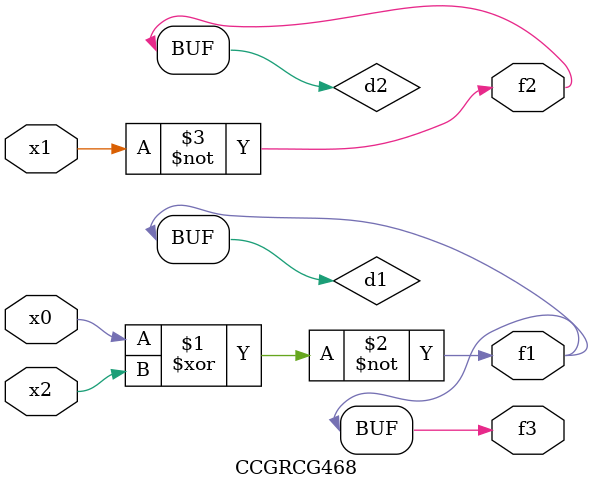
<source format=v>
module CCGRCG468(
	input x0, x1, x2,
	output f1, f2, f3
);

	wire d1, d2, d3;

	xnor (d1, x0, x2);
	nand (d2, x1);
	nor (d3, x1, x2);
	assign f1 = d1;
	assign f2 = d2;
	assign f3 = d1;
endmodule

</source>
